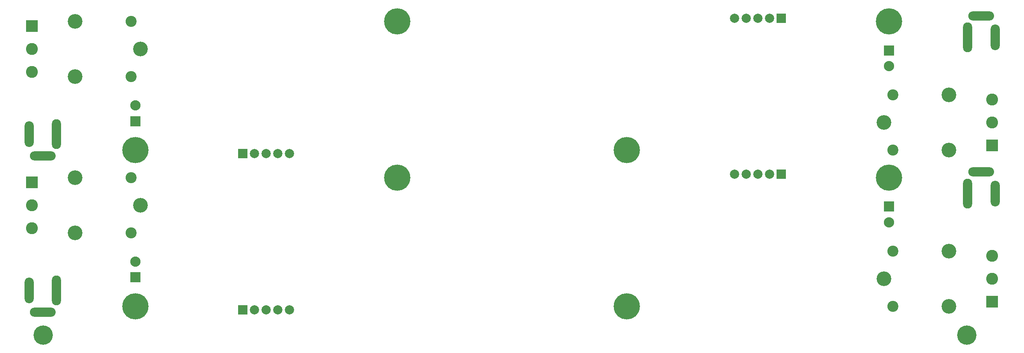
<source format=gbs>
G04*
G04 #@! TF.GenerationSoftware,Altium Limited,Altium Designer,22.8.2 (66)*
G04*
G04 Layer_Color=16711935*
%FSLAX25Y25*%
%MOIN*%
G70*
G04*
G04 #@! TF.SameCoordinates,C3FD66B6-40D4-4EF1-9346-9CEE37E5CDB1*
G04*
G04*
G04 #@! TF.FilePolarity,Negative*
G04*
G01*
G75*
%ADD78C,0.16548*%
%ADD79C,0.10249*%
%ADD80R,0.10249X0.10249*%
%ADD81C,0.12611*%
%ADD82C,0.09461*%
%ADD83C,0.09461*%
%ADD84R,0.08800X0.08800*%
%ADD85C,0.08800*%
%ADD86O,0.07887X0.25603*%
%ADD87O,0.07887X0.22060*%
%ADD88O,0.22060X0.07887*%
%ADD89C,0.07887*%
%ADD90R,0.07887X0.07887*%
%ADD91C,0.22453*%
G54D78*
X811024Y-12795D02*
D03*
X19685D02*
D03*
G54D79*
X832677Y188976D02*
D03*
Y169291D02*
D03*
Y55118D02*
D03*
Y35433D02*
D03*
X9843Y78740D02*
D03*
Y98425D02*
D03*
Y212598D02*
D03*
Y232283D02*
D03*
G54D80*
X832677Y149606D02*
D03*
Y15748D02*
D03*
X9843Y118110D02*
D03*
Y251969D02*
D03*
G54D81*
X739764Y169291D02*
D03*
X795669Y145669D02*
D03*
Y192913D02*
D03*
X739764Y35433D02*
D03*
X795669Y11811D02*
D03*
Y59055D02*
D03*
X102756Y98425D02*
D03*
X46850Y122047D02*
D03*
Y74803D02*
D03*
X102756Y232283D02*
D03*
X46850Y255906D02*
D03*
Y208661D02*
D03*
G54D82*
X747638Y145669D02*
D03*
Y11811D02*
D03*
X94882Y122047D02*
D03*
Y255906D02*
D03*
G54D83*
X747638Y192913D02*
D03*
Y59055D02*
D03*
X94882Y74803D02*
D03*
Y208661D02*
D03*
G54D84*
X744095Y231159D02*
D03*
Y97301D02*
D03*
X98425Y36557D02*
D03*
Y170415D02*
D03*
G54D85*
X744095Y217659D02*
D03*
Y83801D02*
D03*
X98425Y50057D02*
D03*
Y183915D02*
D03*
G54D86*
X811516Y242323D02*
D03*
Y108465D02*
D03*
X31004Y25394D02*
D03*
Y159252D02*
D03*
G54D87*
X835138Y242323D02*
D03*
Y108465D02*
D03*
X7382Y25394D02*
D03*
Y159252D02*
D03*
G54D88*
X823327Y260827D02*
D03*
Y126969D02*
D03*
X19193Y6890D02*
D03*
Y140748D02*
D03*
G54D89*
X641890Y258858D02*
D03*
X631890D02*
D03*
X621890D02*
D03*
X611890D02*
D03*
X641890Y125000D02*
D03*
X631890D02*
D03*
X621890D02*
D03*
X611890D02*
D03*
X200630Y8858D02*
D03*
X210630D02*
D03*
X220630D02*
D03*
X230630D02*
D03*
X200630Y142717D02*
D03*
X210630D02*
D03*
X220630D02*
D03*
X230630D02*
D03*
G54D90*
X651890Y258858D02*
D03*
Y125000D02*
D03*
X190630Y8858D02*
D03*
Y142717D02*
D03*
G54D91*
X519685Y145669D02*
D03*
X744095Y255906D02*
D03*
X519685Y11811D02*
D03*
X744095Y122047D02*
D03*
X322835D02*
D03*
X98425Y11811D02*
D03*
X322835Y255906D02*
D03*
X98425Y145669D02*
D03*
M02*

</source>
